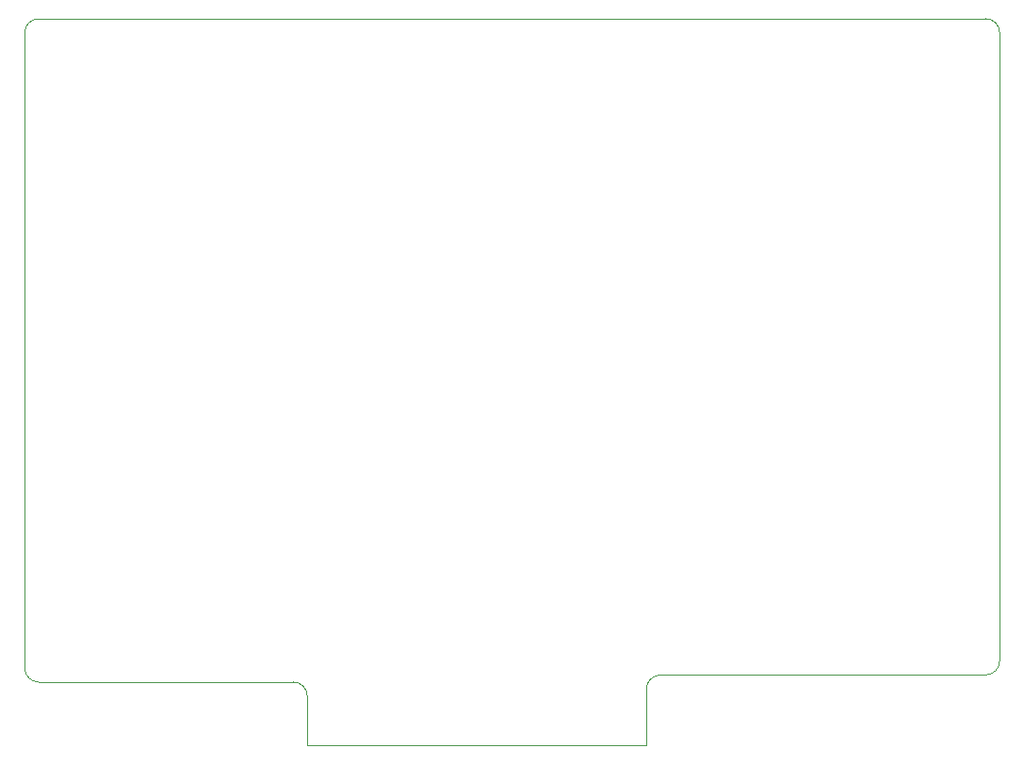
<source format=gbr>
%TF.GenerationSoftware,KiCad,Pcbnew,(5.1.8)-1*%
%TF.CreationDate,2023-02-18T12:33:22+03:00*%
%TF.ProjectId,MUX4x1,4d555834-7831-42e6-9b69-6361645f7063,rev?*%
%TF.SameCoordinates,Original*%
%TF.FileFunction,Profile,NP*%
%FSLAX46Y46*%
G04 Gerber Fmt 4.6, Leading zero omitted, Abs format (unit mm)*
G04 Created by KiCad (PCBNEW (5.1.8)-1) date 2023-02-18 12:33:22*
%MOMM*%
%LPD*%
G01*
G04 APERTURE LIST*
%TA.AperFunction,Profile*%
%ADD10C,0.050000*%
%TD*%
G04 APERTURE END LIST*
D10*
X71120000Y-59690000D02*
G75*
G02*
X72390000Y-58420000I1270000J0D01*
G01*
X72390000Y-118110000D02*
G75*
G02*
X71120000Y-116840000I0J1270000D01*
G01*
X158750000Y-116205000D02*
G75*
G02*
X157480000Y-117475000I-1270000J0D01*
G01*
X157480000Y-58420000D02*
G75*
G02*
X158750000Y-59690000I0J-1270000D01*
G01*
X127000000Y-118745000D02*
X127000000Y-123825000D01*
X96520000Y-119380000D02*
X96520000Y-123825000D01*
X95250000Y-118110000D02*
G75*
G02*
X96520000Y-119380000I0J-1270000D01*
G01*
X127000000Y-118745000D02*
G75*
G02*
X128270000Y-117475000I1270000J0D01*
G01*
X128270000Y-117475000D02*
X157480000Y-117475000D01*
X72390000Y-118110000D02*
X95250000Y-118110000D01*
X96520000Y-123825000D02*
X127000000Y-123825000D01*
X71120000Y-116840000D02*
X71120000Y-59690000D01*
X158750000Y-59690000D02*
X158750000Y-116205000D01*
X72390000Y-58420000D02*
X157480000Y-58420000D01*
M02*

</source>
